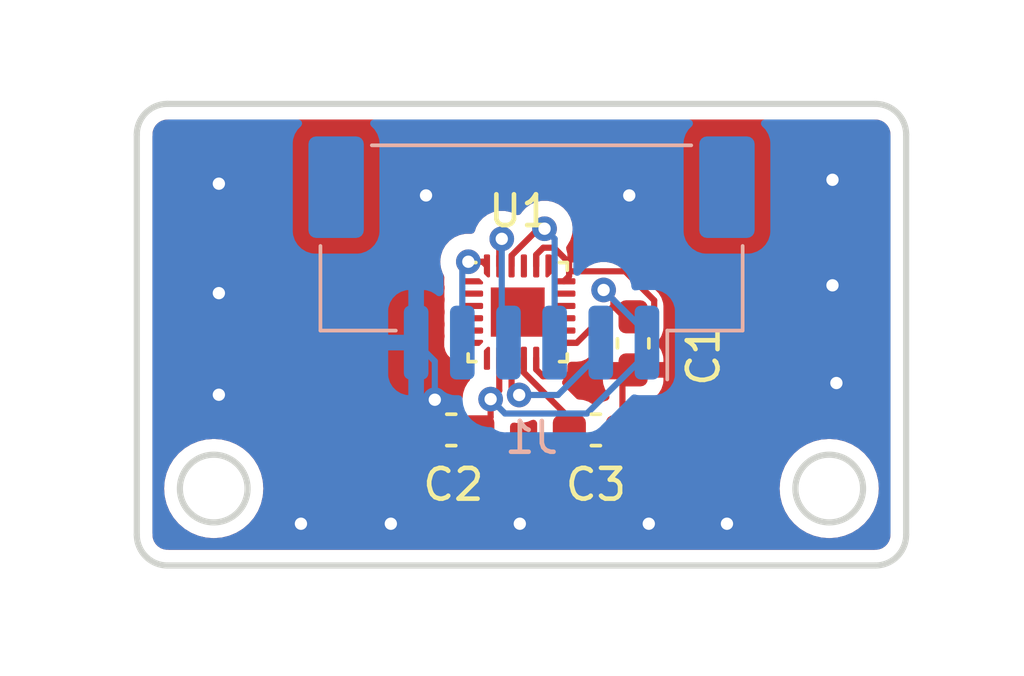
<source format=kicad_pcb>
(kicad_pcb (version 20211014) (generator pcbnew)
  (layers (0 "F.Cu" signal) (31 "B.Cu" signal) (34 "B.Paste" user) (35 "F.Paste" user) (36 "B.SilkS" user "B.Silkscreen") (37 "F.SilkS" user "F.Silkscreen") (38 "B.Mask" user) (39 "F.Mask" user) (44 "Edge.Cuts" user))
  (net 0 "")
  (net 1 "+3.3V")
  (net 2 "GND")
  (net 3 "Net-(C3-Pad1)")
  (net 4 "/s_MISO")
  (net 5 "/s_CS")
  (net 6 "/s_CLK")
  (net 7 "/s_MOSI")
  (footprint "Capacitor_SMD:C_0603_1608Metric_Pad1.08x0.95mm_HandSolder" (layer "F.Cu") (at 128.651 81.261 -90)
    (fp_text reference "C1" (at 0.4 -2.286 90) (layer "F.SilkS"))
    (fp_text value "0.1u")
    (fp_line (start -0.146267 0.51) (end 0.146267 0.51) (layer "F.SilkS") (width 0.12))
    (fp_line (start -0.146267 -0.51) (end 0.146267 -0.51) (layer "F.SilkS") (width 0.12))
    (pad "1" smd roundrect (at -0.8625 0 270) (size 1.075 0.95) (layers "F.Cu" "F.Paste" "F.Mask") (net 1 "+3.3V"))
    (pad "2" smd roundrect (at 0.8625 0 270) (size 1.075 0.95) (layers "F.Cu" "F.Paste" "F.Mask") (net 2 "GND"))
  )
  (footprint "Capacitor_SMD:C_0603_1608Metric_Pad1.08x0.95mm_HandSolder" (layer "F.Cu") (at 122.741 84.074 180)
    (fp_text reference "C2" (at -0.068 -1.778) (layer "F.SilkS"))
    (fp_text value "0.1u")
    (fp_line (start -0.146267 -0.51) (end 0.146267 -0.51) (layer "F.SilkS") (width 0.12))
    (fp_line (start -0.146267 0.51) (end 0.146267 0.51) (layer "F.SilkS") (width 0.12))
    (pad "1" smd roundrect (at -0.8625 0 180) (size 1.075 0.95) (layers "F.Cu" "F.Paste" "F.Mask") (net 1 "+3.3V"))
    (pad "2" smd roundrect (at 0.8625 0 180) (size 1.075 0.95) (layers "F.Cu" "F.Paste" "F.Mask") (net 2 "GND"))
  )
  (footprint "Package_DFN_QFN:QFN-24-1EP_3x3mm_P0.4mm_EP1.75x1.6mm" (layer "F.Cu") (at 124.9 80.245)
    (fp_text reference "U1" (at 0.068 -3.283) (layer "F.SilkS"))
    (fp_text value "MPU-6500")
    (fp_line (start 1.61 1.61) (end 1.61 1.36) (layer "F.SilkS") (width 0.12))
    (fp_line (start 1.61 -1.61) (end 1.61 -1.36) (layer "F.SilkS") (width 0.12))
    (fp_line (start -1.36 -1.61) (end -1.61 -1.61) (layer "F.SilkS") (width 0.12))
    (fp_line (start -1.36 1.61) (end -1.61 1.61) (layer "F.SilkS") (width 0.12))
    (fp_line (start -1.61 1.61) (end -1.61 1.36) (layer "F.SilkS") (width 0.12))
    (fp_line (start 1.36 1.61) (end 1.61 1.61) (layer "F.SilkS") (width 0.12))
    (fp_line (start 1.36 -1.61) (end 1.61 -1.61) (layer "F.SilkS") (width 0.12))
    (pad "1" smd custom (at -1.5 -1) (size 0.115147 0.115147) (layers "F.Cu" "F.Paste" "F.Mask") (options (clearance outline) (anchor circle)) (primitives (gr_poly (pts (xy 0.335 0.036569) (xy 0.335 0.06) (xy -0.335 0.06) (xy -0.335 -0.06) (xy 0.238431 -0.06)) (width 0.08) (fill yes))))
    (pad "2" smd roundrect (at -1.5 -0.6) (size 0.75 0.2) (layers "F.Cu" "F.Paste" "F.Mask"))
    (pad "3" smd roundrect (at -1.5 -0.2) (size 0.75 0.2) (layers "F.Cu" "F.Paste" "F.Mask"))
    (pad "4" smd roundrect (at -1.5 0.2) (size 0.75 0.2) (layers "F.Cu" "F.Paste" "F.Mask"))
    (pad "5" smd roundrect (at -1.5 0.6) (size 0.75 0.2) (layers "F.Cu" "F.Paste" "F.Mask"))
    (pad "6" smd custom (at -1.5 1) (size 0.115147 0.115147) (layers "F.Cu" "F.Paste" "F.Mask") (options (clearance outline) (anchor circle)) (primitives (gr_poly (pts (xy 0.335 -0.036569) (xy 0.238431 0.06) (xy -0.335 0.06) (xy -0.335 -0.06) (xy 0.335 -0.06)) (width 0.08) (fill yes))))
    (pad "7" smd custom (at -1 1.5) (size 0.115147 0.115147) (layers "F.Cu" "F.Paste" "F.Mask") (options (clearance outline) (anchor circle)) (primitives (gr_poly (pts (xy 0.06 0.335) (xy -0.06 0.335) (xy -0.06 -0.238431) (xy 0.036569 -0.335) (xy 0.06 -0.335)) (width 0.08) (fill yes))))
    (pad "8" smd roundrect (at -0.6 1.5) (size 0.2 0.75) (layers "F.Cu" "F.Paste" "F.Mask") (net 1 "+3.3V"))
    (pad "9" smd roundrect (at -0.2 1.5) (size 0.2 0.75) (layers "F.Cu" "F.Paste" "F.Mask") (net 4 "/s_MISO"))
    (pad "10" smd roundrect (at 0.2 1.5) (size 0.2 0.75) (layers "F.Cu" "F.Paste" "F.Mask") (net 3 "Net-(C3-Pad1)"))
    (pad "11" smd roundrect (at 0.6 1.5) (size 0.2 0.75) (layers "F.Cu" "F.Paste" "F.Mask") (net 2 "GND"))
    (pad "12" smd custom (at 1 1.5) (size 0.115147 0.115147) (layers "F.Cu" "F.Paste" "F.Mask") (options (clearance outline) (anchor circle)) (primitives (gr_poly (pts (xy 0.06 -0.238431) (xy 0.06 0.335) (xy -0.06 0.335) (xy -0.06 -0.335) (xy -0.036569 -0.335)) (width 0.08) (fill yes))))
    (pad "13" smd custom (at 1.5 1) (size 0.115147 0.115147) (layers "F.Cu" "F.Paste" "F.Mask") (net 1 "+3.3V") (options (clearance outline) (anchor circle)) (primitives (gr_poly (pts (xy 0.335 0.06) (xy -0.238431 0.06) (xy -0.335 -0.036569) (xy -0.335 -0.06) (xy 0.335 -0.06)) (width 0.08) (fill yes))))
    (pad "14" smd roundrect (at 1.5 0.6) (size 0.75 0.2) (layers "F.Cu" "F.Paste" "F.Mask"))
    (pad "15" smd roundrect (at 1.5 0.2) (size 0.75 0.2) (layers "F.Cu" "F.Paste" "F.Mask"))
    (pad "16" smd roundrect (at 1.5 -0.2) (size 0.75 0.2) (layers "F.Cu" "F.Paste" "F.Mask"))
    (pad "17" smd roundrect (at 1.5 -0.6) (size 0.75 0.2) (layers "F.Cu" "F.Paste" "F.Mask"))
    (pad "18" smd custom (at 1.5 -1) (size 0.115147 0.115147) (layers "F.Cu" "F.Paste" "F.Mask") (net 2 "GND") (options (clearance outline) (anchor circle)) (primitives (gr_poly (pts (xy 0.335 0.06) (xy -0.335 0.06) (xy -0.335 0.036569) (xy -0.238431 -0.06) (xy 0.335 -0.06)) (width 0.08) (fill yes))))
    (pad "19" smd custom (at 1 -1.5) (size 0.115147 0.115147) (layers "F.Cu" "F.Paste" "F.Mask") (options (clearance outline) (anchor circle)) (primitives (gr_poly (pts (xy 0.06 0.238431) (xy -0.036569 0.335) (xy -0.06 0.335) (xy -0.06 -0.335) (xy 0.06 -0.335)) (width 0.08) (fill yes))))
    (pad "20" smd roundrect (at 0.6 -1.5) (size 0.2 0.75) (layers "F.Cu" "F.Paste" "F.Mask") (net 2 "GND"))
    (pad "21" smd roundrect (at 0.2 -1.5) (size 0.2 0.75) (layers "F.Cu" "F.Paste" "F.Mask"))
    (pad "22" smd roundrect (at -0.2 -1.5) (size 0.2 0.75) (layers "F.Cu" "F.Paste" "F.Mask") (net 5 "/s_CS"))
    (pad "23" smd roundrect (at -0.6 -1.5) (size 0.2 0.75) (layers "F.Cu" "F.Paste" "F.Mask") (net 6 "/s_CLK"))
    (pad "24" smd custom (at -1 -1.5) (size 0.115147 0.115147) (layers "F.Cu" "F.Paste" "F.Mask") (net 7 "/s_MOSI") (options (clearance outline) (anchor circle)) (primitives (gr_poly (pts (xy 0.06 0.335) (xy 0.036569 0.335) (xy -0.06 0.238431) (xy -0.06 -0.335) (xy 0.06 -0.335)) (width 0.08) (fill yes))))
    (pad "25" smd rect (at 0 0) (size 1.75 1.6) (layers "F.Cu" "F.Mask"))
  )
  (footprint "Capacitor_SMD:C_0603_1608Metric_Pad1.08x0.95mm_HandSolder" (layer "F.Cu") (at 127.44 84.074)
    (fp_text reference "C3" (at 0 1.778) (layer "F.SilkS"))
    (fp_text value "0.1u")
    (fp_line (start -0.146267 0.51) (end 0.146267 0.51) (layer "F.SilkS") (width 0.12))
    (fp_line (start -0.146267 -0.51) (end 0.146267 -0.51) (layer "F.SilkS") (width 0.12))
    (pad "1" smd roundrect (at -0.8625 0) (size 1.075 0.95) (layers "F.Cu" "F.Paste" "F.Mask") (net 3 "Net-(C3-Pad1)"))
    (pad "2" smd roundrect (at 0.8625 0) (size 1.075 0.95) (layers "F.Cu" "F.Paste" "F.Mask") (net 2 "GND"))
  )
  (footprint "Connector_JST:JST_ZE_BM06B-ZESS-TBT_1x06-1MP_P1.50mm_Vertical" (layer "B.Cu") (at 125.349 78.486 180)
    (fp_text reference "J1" (at 0 -5.842) (layer "B.SilkS") (effects (justify mirror)))
    (fp_text value "Conn_01x06_Female")
    (fp_line (start -6.86 -2.36) (end -4.41 -2.36) (layer "B.SilkS") (width 0.12))
    (fp_line (start 6.86 -2.36) (end 4.41 -2.36) (layer "B.SilkS") (width 0.12))
    (fp_line (start -6.86 0.39) (end -6.86 -2.36) (layer "B.SilkS") (width 0.12))
    (fp_line (start -4.41 -2.36) (end -4.41 -3.95) (layer "B.SilkS") (width 0.12))
    (fp_line (start -5.19 3.66) (end 5.19 3.66) (layer "B.SilkS") (width 0.12))
    (fp_line (start 6.86 0.39) (end 6.86 -2.36) (layer "B.SilkS") (width 0.12))
    (pad "1" smd roundrect (at -3.75 -2.75 180) (size 0.8 2.4) (layers "B.Cu" "B.Paste" "B.Mask") (net 1 "+3.3V"))
    (pad "2" smd roundrect (at -2.25 -2.75 180) (size 0.8 2.4) (layers "B.Cu" "B.Paste" "B.Mask") (net 4 "/s_MISO"))
    (pad "3" smd roundrect (at -0.75 -2.75 180) (size 0.8 2.4) (layers "B.Cu" "B.Paste" "B.Mask") (net 5 "/s_CS"))
    (pad "4" smd roundrect (at 0.75 -2.75 180) (size 0.8 2.4) (layers "B.Cu" "B.Paste" "B.Mask") (net 6 "/s_CLK"))
    (pad "5" smd roundrect (at 2.25 -2.75 180) (size 0.8 2.4) (layers "B.Cu" "B.Paste" "B.Mask") (net 7 "/s_MOSI"))
    (pad "6" smd roundrect (at 3.75 -2.75 180) (size 0.8 2.4) (layers "B.Cu" "B.Paste" "B.Mask") (net 2 "GND"))
    (pad "MP" smd roundrect (at -6.35 2.3 180) (size 1.8 3.3) (layers "B.Cu" "B.Paste" "B.Mask") (roundrect_rratio 0.138889))
    (pad "MP" smd roundrect (at 6.35 2.3 180) (size 1.8 3.3) (layers "B.Cu" "B.Paste" "B.Mask") (roundrect_rratio 0.138889))
  )
  (gr_arc (start 113.522 88.479) (mid 112.814893 88.186107) (end 112.522 87.479) (layer "Edge.Cuts") (width 0.2))
  (gr_arc (start 137.522 87.479) (mid 137.229107 88.186107) (end 136.522 88.479) (layer "Edge.Cuts") (width 0.2))
  (gr_line (start 112.522 74.479) (end 112.522 87.479) (layer "Edge.Cuts") (width 0.2))
  (gr_line (start 137.522 87.479) (end 137.522 74.479) (layer "Edge.Cuts") (width 0.2))
  (gr_circle (center 135.022 85.979) (end 135.022 87.079) (layer "Edge.Cuts") (width 0.2) (fill none))
  (gr_circle (center 115.022 85.979) (end 115.022 87.079) (layer "Edge.Cuts") (width 0.2) (fill none))
  (gr_line (start 136.522 73.479) (end 113.522 73.479) (layer "Edge.Cuts") (width 0.2))
  (gr_line (start 113.522 88.479) (end 136.522 88.479) (layer "Edge.Cuts") (width 0.2))
  (gr_arc (start 136.522 73.479) (mid 137.229107 73.771893) (end 137.522 74.479) (layer "Edge.Cuts") (width 0.2))
  (gr_arc (start 112.522 74.479) (mid 112.814893 73.771893) (end 113.522 73.479) (layer "Edge.Cuts") (width 0.2))
  (segment (start 128.3574 80.3985) (end 128.0102 80.0513) (width 0.2) (layer "F.Cu") (net 1))
  (segment (start 126.8165 81.245) (end 128.0102 80.0513) (width 0.2) (layer "F.Cu") (net 1))
  (segment (start 124.0193 83.0736) (end 124.3 82.7929) (width 0.2) (layer "F.Cu") (net 1))
  (segment (start 126.4 81.245) (end 126.8165 81.245) (width 0.2) (layer "F.Cu") (net 1))
  (segment (start 127.6909 79.5266) (end 128.0102 79.8459) (width 0.2) (layer "F.Cu") (net 1))
  (segment (start 124.0193 83.0736) (end 124.0193 83.6582) (width 0.2) (layer "F.Cu") (net 1))
  (segment (start 128.651 80.3985) (end 128.3574 80.3985) (width 0.2) (layer "F.Cu") (net 1))
  (segment (start 124.3 82.7929) (end 124.3 81.745) (width 0.2) (layer "F.Cu") (net 1))
  (segment (start 128.0102 79.8459) (end 128.0102 80.0513) (width 0.2) (layer "F.Cu") (net 1))
  (segment (start 124.0193 83.6582) (end 123.6035 84.074) (width 0.2) (layer "F.Cu") (net 1))
  (via (at 124.0193 83.0736) (size 0.8) (drill 0.4) (layers "F.Cu" "B.Cu") (net 1))
  (via (at 127.6909 79.5266) (size 0.8) (drill 0.4) (layers "F.Cu" "B.Cu") (net 1))
  (segment (start 124.4864 83.5407) (end 124.0193 83.0736) (width 0.2) (layer "B.Cu") (net 1))
  (segment (start 129.099 80.9347) (end 129.099 81.236) (width 0.2) (layer "B.Cu") (net 1))
  (segment (start 127.1497 83.5407) (end 124.4864 83.5407) (width 0.2) (layer "B.Cu") (net 1))
  (segment (start 127.6909 79.5266) (end 129.099 80.9347) (width 0.2) (layer "B.Cu") (net 1))
  (segment (start 129.099 81.5914) (end 127.1497 83.5407) (width 0.2) (layer "B.Cu") (net 1))
  (segment (start 129.099 81.236) (end 129.099 81.5914) (width 0.2) (layer "B.Cu") (net 1))
  (segment (start 129.3343 79.8639) (end 128.3902 78.9198) (width 0.2) (layer "F.Cu") (net 2))
  (segment (start 125.5 82.1106) (end 125.5 81.745) (width 0.2) (layer "F.Cu") (net 2))
  (segment (start 128.3025 82.3296) (end 125.719 82.3296) (width 0.2) (layer "F.Cu") (net 2))
  (segment (start 126.0782 78.1532) (end 126.5693 78.6443) (width 0.2) (layer "F.Cu") (net 2))
  (segment (start 125.719 82.3296) (end 125.5 82.1106) (width 0.2) (layer "F.Cu") (net 2))
  (segment (start 129.3343 81.4402) (end 129.3343 79.8639) (width 0.2) (layer "F.Cu") (net 2))
  (segment (start 128.3902 78.9198) (end 126.5693 78.9198) (width 0.2) (layer "F.Cu") (net 2))
  (segment (start 126.5693 78.6443) (end 126.5693 78.9198) (width 0.2) (layer "F.Cu") (net 2))
  (segment (start 127.6189 84.7576) (end 128.3025 84.074) (width 0.2) (layer "F.Cu") (net 2))
  (segment (start 128.3025 82.3296) (end 128.4449 82.3296) (width 0.2) (layer "F.Cu") (net 2))
  (segment (start 125.5 78.745) (end 125.5 78.382) (width 0.2) (layer "F.Cu") (net 2))
  (segment (start 121.8785 83.42) (end 121.8785 84.074) (width 0.2) (layer "F.Cu") (net 2))
  (segment (start 126.5693 78.9198) (end 126.5693 79.0757) (width 0.2) (layer "F.Cu") (net 2))
  (segment (start 121.8785 84.074) (end 122.5621 84.7576) (width 0.2) (layer "F.Cu") (net 2))
  (segment (start 128.4449 82.3296) (end 128.651 82.1235) (width 0.2) (layer "F.Cu") (net 2))
  (segment (start 128.3025 84.074) (end 128.3025 82.3296) (width 0.2) (layer "F.Cu") (net 2))
  (segment (start 128.651 82.1235) (end 129.3343 81.4402) (width 0.2) (layer "F.Cu") (net 2))
  (segment (start 126.5693 79.0757) (end 126.4 79.245) (width 0.2) (layer "F.Cu") (net 2))
  (segment (start 122.2056 83.0929) (end 121.8785 83.42) (width 0.2) (layer "F.Cu") (net 2))
  (segment (start 122.5621 84.7576) (end 127.6189 84.7576) (width 0.2) (layer "F.Cu") (net 2))
  (segment (start 125.5 78.382) (end 125.7288 78.1532) (width 0.2) (layer "F.Cu") (net 2))
  (segment (start 125.7288 78.1532) (end 126.0782 78.1532) (width 0.2) (layer "F.Cu") (net 2))
  (via (at 115.189 82.931) (size 0.8) (drill 0.4) (layers "F.Cu" "B.Cu") (net 2))
  (via (at 115.189 76.073) (size 0.8) (drill 0.4) (layers "F.Cu" "B.Cu") (net 2))
  (via (at 135.255 82.55) (size 0.8) (drill 0.4) (layers "F.Cu" "B.Cu") (net 2))
  (via (at 120.777 87.122) (size 0.8) (drill 0.4) (layers "F.Cu" "B.Cu") (net 2))
  (via (at 135.128 79.375) (size 0.8) (drill 0.4) (layers "F.Cu" "B.Cu") (net 2))
  (via (at 135.128 75.946) (size 0.8) (drill 0.4) (layers "F.Cu" "B.Cu") (net 2))
  (via (at 124.968 87.122) (size 0.8) (drill 0.4) (layers "F.Cu" "B.Cu") (net 2))
  (via (at 129.159 87.122) (size 0.8) (drill 0.4) (layers "F.Cu" "B.Cu") (net 2))
  (via (at 117.856 87.122) (size 0.8) (drill 0.4) (layers "F.Cu" "B.Cu") (net 2))
  (via (at 121.92 76.454) (size 0.8) (drill 0.4) (layers "F.Cu" "B.Cu") (net 2))
  (via (at 115.189 79.629) (size 0.8) (drill 0.4) (layers "F.Cu" "B.Cu") (net 2))
  (via (at 122.2056 83.0929) (size 0.8) (drill 0.4) (layers "F.Cu" "B.Cu") (net 2))
  (via (at 128.524 76.454) (size 0.8) (drill 0.4) (layers "F.Cu" "B.Cu") (net 2))
  (via (at 131.699 87.122) (size 0.8) (drill 0.4) (layers "F.Cu" "B.Cu") (net 2))
  (segment (start 122.2056 81.8426) (end 122.2056 83.0929) (width 0.2) (layer "B.Cu") (net 2))
  (segment (start 121.599 81.236) (end 122.2056 81.8426) (width 0.2) (layer "B.Cu") (net 2))
  (segment (start 125.1 82.2097) (end 125.1 81.745) (width 0.2) (layer "F.Cu") (net 3))
  (segment (start 126.5775 84.074) (end 126.5775 83.6872) (width 0.2) (layer "F.Cu") (net 3))
  (segment (start 126.5775 83.6872) (end 125.1 82.2097) (width 0.2) (layer "F.Cu") (net 3))
  (segment (start 124.7 82.6918) (end 124.9469 82.9387) (width 0.2) (layer "F.Cu") (net 4))
  (segment (start 124.7 81.745) (end 124.7 82.6918) (width 0.2) (layer "F.Cu") (net 4))
  (via (at 124.9469 82.9387) (size 0.8) (drill 0.4) (layers "F.Cu" "B.Cu") (net 4))
  (segment (start 127.599 81.236) (end 127.599 81.5483) (width 0.2) (layer "B.Cu") (net 4))
  (segment (start 126.2086 82.9387) (end 124.9469 82.9387) (width 0.2) (layer "B.Cu") (net 4))
  (segment (start 127.599 81.5483) (end 126.2086 82.9387) (width 0.2) (layer "B.Cu") (net 4))
  (segment (start 124.7 78.4081) (end 125.5718 77.5363) (width 0.2) (layer "F.Cu") (net 5))
  (segment (start 125.5718 77.5363) (end 125.7722 77.5363) (width 0.2) (layer "F.Cu") (net 5))
  (segment (start 124.7 78.745) (end 124.7 78.4081) (width 0.2) (layer "F.Cu") (net 5))
  (via (at 125.7722 77.5363) (size 0.8) (drill 0.4) (layers "F.Cu" "B.Cu") (net 5))
  (segment (start 126.099 81.236) (end 126.099 77.8631) (width 0.2) (layer "B.Cu") (net 5))
  (segment (start 126.099 77.8631) (end 125.7722 77.5363) (width 0.2) (layer "B.Cu") (net 5))
  (segment (start 124.3 78.745) (end 124.3 77.9467) (width 0.2) (layer "F.Cu") (net 6))
  (segment (start 124.3 77.9467) (end 124.3815 77.8652) (width 0.2) (layer "F.Cu") (net 6))
  (via (at 124.3815 77.8652) (size 0.8) (drill 0.4) (layers "F.Cu" "B.Cu") (net 6))
  (segment (start 124.599 81.236) (end 124.3815 81.0185) (width 0.2) (layer "B.Cu") (net 6))
  (segment (start 124.3815 81.0185) (end 124.3815 77.8652) (width 0.2) (layer "B.Cu") (net 6))
  (segment (start 123.7637 78.6087) (end 123.295 78.6087) (width 0.2) (layer "F.Cu") (net 7))
  (segment (start 123.9 78.745) (end 123.7637 78.6087) (width 0.2) (layer "F.Cu") (net 7))
  (via (at 123.295 78.6087) (size 0.8) (drill 0.4) (layers "F.Cu" "B.Cu") (net 7))
  (segment (start 123.099 81.236) (end 123.099 78.8047) (width 0.2) (layer "B.Cu") (net 7))
  (segment (start 123.099 78.8047) (end 123.295 78.6087) (width 0.2) (layer "B.Cu") (net 7))
  (zone (net 2) (net_name "GND") (layers F&B.Cu) (connect_pads (clearance 0.508)) (min_thickness 0.254) (fill yes (thermal_gap 0.508) (thermal_bridge_width 0.508))
    (polygon (pts (xy 141.351 92.075) (xy 108.077 91.948) (xy 108.331 70.612) (xy 140.462 70.104)))
  )
)
</source>
